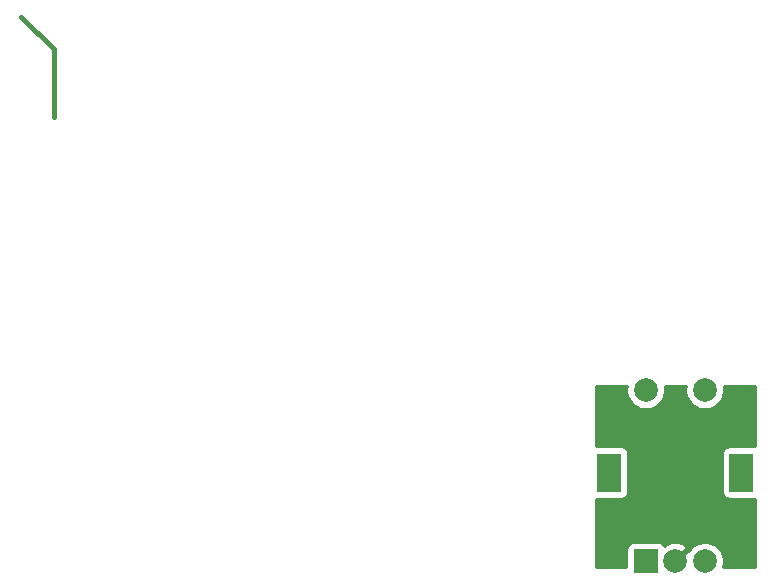
<source format=gbr>
G04 #@! TF.GenerationSoftware,KiCad,Pcbnew,5.1.5+dfsg1-2build2*
G04 #@! TF.CreationDate,2021-02-19T16:21:08+00:00*
G04 #@! TF.ProjectId,plate,706c6174-652e-46b6-9963-61645f706362,rev?*
G04 #@! TF.SameCoordinates,Original*
G04 #@! TF.FileFunction,Copper,L2,Bot*
G04 #@! TF.FilePolarity,Positive*
%FSLAX46Y46*%
G04 Gerber Fmt 4.6, Leading zero omitted, Abs format (unit mm)*
G04 Created by KiCad (PCBNEW 5.1.5+dfsg1-2build2) date 2021-02-19 16:21:08*
%MOMM*%
%LPD*%
G04 APERTURE LIST*
%ADD10R,2.000000X2.000000*%
%ADD11C,2.000000*%
%ADD12R,2.000000X3.200000*%
%ADD13C,0.450000*%
%ADD14C,0.254000*%
G04 APERTURE END LIST*
D10*
X178765000Y-126670000D03*
D11*
X181265000Y-126670000D03*
X183765000Y-126670000D03*
D12*
X175665000Y-119170000D03*
X186865000Y-119170000D03*
D11*
X178765000Y-112170000D03*
X183765000Y-112170000D03*
D13*
X128641000Y-89077700D02*
X128641000Y-83343200D01*
X128641000Y-83343200D02*
X125882000Y-80584600D01*
D14*
G36*
X177130000Y-112008967D02*
G01*
X177130000Y-112331033D01*
X177192832Y-112646912D01*
X177316082Y-112944463D01*
X177495013Y-113212252D01*
X177722748Y-113439987D01*
X177990537Y-113618918D01*
X178288088Y-113742168D01*
X178603967Y-113805000D01*
X178926033Y-113805000D01*
X179241912Y-113742168D01*
X179539463Y-113618918D01*
X179807252Y-113439987D01*
X180034987Y-113212252D01*
X180213918Y-112944463D01*
X180337168Y-112646912D01*
X180400000Y-112331033D01*
X180400000Y-112008967D01*
X180360264Y-111809200D01*
X182169736Y-111809200D01*
X182130000Y-112008967D01*
X182130000Y-112331033D01*
X182192832Y-112646912D01*
X182316082Y-112944463D01*
X182495013Y-113212252D01*
X182722748Y-113439987D01*
X182990537Y-113618918D01*
X183288088Y-113742168D01*
X183603967Y-113805000D01*
X183926033Y-113805000D01*
X184241912Y-113742168D01*
X184539463Y-113618918D01*
X184807252Y-113439987D01*
X185034987Y-113212252D01*
X185213918Y-112944463D01*
X185337168Y-112646912D01*
X185400000Y-112331033D01*
X185400000Y-112008967D01*
X185360264Y-111809200D01*
X187987000Y-111809200D01*
X187987000Y-116943944D01*
X187865000Y-116931928D01*
X185865000Y-116931928D01*
X185740518Y-116944188D01*
X185620820Y-116980498D01*
X185510506Y-117039463D01*
X185413815Y-117118815D01*
X185334463Y-117215506D01*
X185275498Y-117325820D01*
X185239188Y-117445518D01*
X185226928Y-117570000D01*
X185226928Y-120770000D01*
X185239188Y-120894482D01*
X185275498Y-121014180D01*
X185334463Y-121124494D01*
X185413815Y-121221185D01*
X185510506Y-121300537D01*
X185620820Y-121359502D01*
X185740518Y-121395812D01*
X185865000Y-121408072D01*
X187865000Y-121408072D01*
X187987001Y-121396056D01*
X187987001Y-127154000D01*
X185334232Y-127154000D01*
X185337168Y-127146912D01*
X185400000Y-126831033D01*
X185400000Y-126508967D01*
X185337168Y-126193088D01*
X185213918Y-125895537D01*
X185034987Y-125627748D01*
X184807252Y-125400013D01*
X184539463Y-125221082D01*
X184241912Y-125097832D01*
X183926033Y-125035000D01*
X183603967Y-125035000D01*
X183288088Y-125097832D01*
X182990537Y-125221082D01*
X182722748Y-125400013D01*
X182495013Y-125627748D01*
X182430075Y-125724935D01*
X182400413Y-125714192D01*
X181444605Y-126670000D01*
X181458748Y-126684143D01*
X181279143Y-126863748D01*
X181265000Y-126849605D01*
X181250858Y-126863748D01*
X181071253Y-126684143D01*
X181085395Y-126670000D01*
X181071253Y-126655858D01*
X181250858Y-126476253D01*
X181265000Y-126490395D01*
X182220808Y-125534587D01*
X182125044Y-125270186D01*
X181835429Y-125129296D01*
X181523892Y-125047616D01*
X181202405Y-125028282D01*
X180883325Y-125072039D01*
X180578912Y-125177205D01*
X180404956Y-125270186D01*
X180350976Y-125419223D01*
X180295537Y-125315506D01*
X180216185Y-125218815D01*
X180119494Y-125139463D01*
X180009180Y-125080498D01*
X179889482Y-125044188D01*
X179765000Y-125031928D01*
X177765000Y-125031928D01*
X177640518Y-125044188D01*
X177520820Y-125080498D01*
X177410506Y-125139463D01*
X177313815Y-125218815D01*
X177234463Y-125315506D01*
X177175498Y-125425820D01*
X177139188Y-125545518D01*
X177126928Y-125670000D01*
X177126928Y-127154000D01*
X174598000Y-127154000D01*
X174598000Y-121401473D01*
X174665000Y-121408072D01*
X176665000Y-121408072D01*
X176789482Y-121395812D01*
X176909180Y-121359502D01*
X177019494Y-121300537D01*
X177116185Y-121221185D01*
X177195537Y-121124494D01*
X177254502Y-121014180D01*
X177290812Y-120894482D01*
X177303072Y-120770000D01*
X177303072Y-117570000D01*
X177290812Y-117445518D01*
X177254502Y-117325820D01*
X177195537Y-117215506D01*
X177116185Y-117118815D01*
X177019494Y-117039463D01*
X176909180Y-116980498D01*
X176789482Y-116944188D01*
X176665000Y-116931928D01*
X174665000Y-116931928D01*
X174598000Y-116938527D01*
X174598000Y-111809200D01*
X177169736Y-111809200D01*
X177130000Y-112008967D01*
G37*
X177130000Y-112008967D02*
X177130000Y-112331033D01*
X177192832Y-112646912D01*
X177316082Y-112944463D01*
X177495013Y-113212252D01*
X177722748Y-113439987D01*
X177990537Y-113618918D01*
X178288088Y-113742168D01*
X178603967Y-113805000D01*
X178926033Y-113805000D01*
X179241912Y-113742168D01*
X179539463Y-113618918D01*
X179807252Y-113439987D01*
X180034987Y-113212252D01*
X180213918Y-112944463D01*
X180337168Y-112646912D01*
X180400000Y-112331033D01*
X180400000Y-112008967D01*
X180360264Y-111809200D01*
X182169736Y-111809200D01*
X182130000Y-112008967D01*
X182130000Y-112331033D01*
X182192832Y-112646912D01*
X182316082Y-112944463D01*
X182495013Y-113212252D01*
X182722748Y-113439987D01*
X182990537Y-113618918D01*
X183288088Y-113742168D01*
X183603967Y-113805000D01*
X183926033Y-113805000D01*
X184241912Y-113742168D01*
X184539463Y-113618918D01*
X184807252Y-113439987D01*
X185034987Y-113212252D01*
X185213918Y-112944463D01*
X185337168Y-112646912D01*
X185400000Y-112331033D01*
X185400000Y-112008967D01*
X185360264Y-111809200D01*
X187987000Y-111809200D01*
X187987000Y-116943944D01*
X187865000Y-116931928D01*
X185865000Y-116931928D01*
X185740518Y-116944188D01*
X185620820Y-116980498D01*
X185510506Y-117039463D01*
X185413815Y-117118815D01*
X185334463Y-117215506D01*
X185275498Y-117325820D01*
X185239188Y-117445518D01*
X185226928Y-117570000D01*
X185226928Y-120770000D01*
X185239188Y-120894482D01*
X185275498Y-121014180D01*
X185334463Y-121124494D01*
X185413815Y-121221185D01*
X185510506Y-121300537D01*
X185620820Y-121359502D01*
X185740518Y-121395812D01*
X185865000Y-121408072D01*
X187865000Y-121408072D01*
X187987001Y-121396056D01*
X187987001Y-127154000D01*
X185334232Y-127154000D01*
X185337168Y-127146912D01*
X185400000Y-126831033D01*
X185400000Y-126508967D01*
X185337168Y-126193088D01*
X185213918Y-125895537D01*
X185034987Y-125627748D01*
X184807252Y-125400013D01*
X184539463Y-125221082D01*
X184241912Y-125097832D01*
X183926033Y-125035000D01*
X183603967Y-125035000D01*
X183288088Y-125097832D01*
X182990537Y-125221082D01*
X182722748Y-125400013D01*
X182495013Y-125627748D01*
X182430075Y-125724935D01*
X182400413Y-125714192D01*
X181444605Y-126670000D01*
X181458748Y-126684143D01*
X181279143Y-126863748D01*
X181265000Y-126849605D01*
X181250858Y-126863748D01*
X181071253Y-126684143D01*
X181085395Y-126670000D01*
X181071253Y-126655858D01*
X181250858Y-126476253D01*
X181265000Y-126490395D01*
X182220808Y-125534587D01*
X182125044Y-125270186D01*
X181835429Y-125129296D01*
X181523892Y-125047616D01*
X181202405Y-125028282D01*
X180883325Y-125072039D01*
X180578912Y-125177205D01*
X180404956Y-125270186D01*
X180350976Y-125419223D01*
X180295537Y-125315506D01*
X180216185Y-125218815D01*
X180119494Y-125139463D01*
X180009180Y-125080498D01*
X179889482Y-125044188D01*
X179765000Y-125031928D01*
X177765000Y-125031928D01*
X177640518Y-125044188D01*
X177520820Y-125080498D01*
X177410506Y-125139463D01*
X177313815Y-125218815D01*
X177234463Y-125315506D01*
X177175498Y-125425820D01*
X177139188Y-125545518D01*
X177126928Y-125670000D01*
X177126928Y-127154000D01*
X174598000Y-127154000D01*
X174598000Y-121401473D01*
X174665000Y-121408072D01*
X176665000Y-121408072D01*
X176789482Y-121395812D01*
X176909180Y-121359502D01*
X177019494Y-121300537D01*
X177116185Y-121221185D01*
X177195537Y-121124494D01*
X177254502Y-121014180D01*
X177290812Y-120894482D01*
X177303072Y-120770000D01*
X177303072Y-117570000D01*
X177290812Y-117445518D01*
X177254502Y-117325820D01*
X177195537Y-117215506D01*
X177116185Y-117118815D01*
X177019494Y-117039463D01*
X176909180Y-116980498D01*
X176789482Y-116944188D01*
X176665000Y-116931928D01*
X174665000Y-116931928D01*
X174598000Y-116938527D01*
X174598000Y-111809200D01*
X177169736Y-111809200D01*
X177130000Y-112008967D01*
M02*

</source>
